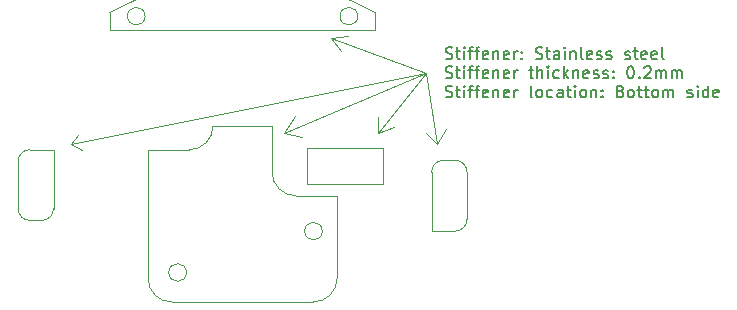
<source format=gbr>
%TF.GenerationSoftware,KiCad,Pcbnew,7.0.1*%
%TF.CreationDate,2024-01-03T23:29:52+00:00*%
%TF.ProjectId,watch_lower,77617463-685f-46c6-9f77-65722e6b6963,rev?*%
%TF.SameCoordinates,Original*%
%TF.FileFunction,Other,User*%
%FSLAX46Y46*%
G04 Gerber Fmt 4.6, Leading zero omitted, Abs format (unit mm)*
G04 Created by KiCad (PCBNEW 7.0.1) date 2024-01-03 23:29:52*
%MOMM*%
%LPD*%
G01*
G04 APERTURE LIST*
%ADD10C,0.100000*%
%ADD11C,0.150000*%
G04 APERTURE END LIST*
D10*
X122000000Y-66000000D02*
X121000000Y-65000000D01*
X101000000Y-66450000D02*
G75*
G03*
X103000000Y-64450000I0J2000000D01*
G01*
X91000000Y-66000000D02*
X91600000Y-65200000D01*
X124500000Y-68350000D02*
X124500000Y-72350000D01*
X99500000Y-79350000D02*
X111500000Y-79350000D01*
X123500000Y-73350000D02*
X121500000Y-73350000D01*
X87500000Y-66444000D02*
X89500000Y-66444000D01*
X117000000Y-65000000D02*
X117000000Y-63700000D01*
X101000000Y-66450000D02*
X97500000Y-66450000D01*
X112250000Y-73350000D02*
G75*
G03*
X112250000Y-73350000I-750000J0D01*
G01*
X103000000Y-64450000D02*
X108000000Y-64450000D01*
X116750000Y-54850000D02*
G75*
G03*
X94250000Y-54850000I-11250000J-19593750D01*
G01*
X97250000Y-55150000D02*
G75*
G03*
X97250000Y-55150000I-750000J0D01*
G01*
X108000000Y-64450000D02*
X108000000Y-68350000D01*
X121000000Y-60000000D02*
X122000000Y-66000000D01*
X113500000Y-77350000D02*
X113500000Y-70350000D01*
X87500000Y-72444000D02*
X88500000Y-72444000D01*
X86500000Y-71444000D02*
X86500000Y-67444000D01*
X89500000Y-66444000D02*
X89500000Y-71444000D01*
X122000000Y-66000000D02*
X122700000Y-64700000D01*
X100750000Y-76850000D02*
G75*
G03*
X100750000Y-76850000I-750000J0D01*
G01*
X123500000Y-67350000D02*
X122500000Y-67350000D01*
X116750000Y-56350000D02*
X116750000Y-54850000D01*
X115250000Y-55150000D02*
G75*
G03*
X115250000Y-55150000I-750000J0D01*
G01*
X122500000Y-67350000D02*
G75*
G03*
X121500000Y-68350000I0J-1000000D01*
G01*
X97500000Y-77350000D02*
G75*
G03*
X99500000Y-79350000I2000000J0D01*
G01*
X117000000Y-65000000D02*
X118300000Y-64500000D01*
X121500000Y-73350000D02*
X121500000Y-68350000D01*
X94250000Y-54850000D02*
X94250000Y-56350000D01*
X113000000Y-57000000D02*
X113800000Y-58100000D01*
X124500000Y-68350000D02*
G75*
G03*
X123500000Y-67350000I-1000000J0D01*
G01*
X113000000Y-57000000D02*
X114400000Y-56800000D01*
X87500000Y-66444000D02*
G75*
G03*
X86500000Y-67444000I0J-1000000D01*
G01*
X86500000Y-71444000D02*
G75*
G03*
X87500000Y-72444000I1000000J0D01*
G01*
X108000000Y-68350000D02*
G75*
G03*
X110000000Y-70350000I2000000J0D01*
G01*
X97500000Y-66450000D02*
X97500000Y-77350000D01*
X109000000Y-65000000D02*
X109900000Y-63600000D01*
X123500000Y-73350000D02*
G75*
G03*
X124500000Y-72350000I0J1000000D01*
G01*
X88500000Y-72444000D02*
G75*
G03*
X89500000Y-71444000I0J1000000D01*
G01*
X121000000Y-60000000D02*
X109000000Y-65000000D01*
X110970000Y-66350000D02*
X117370000Y-66350000D01*
X117370000Y-69350000D01*
X110970000Y-69350000D01*
X110970000Y-66350000D01*
X111500000Y-79350000D02*
G75*
G03*
X113500000Y-77350000I0J2000000D01*
G01*
X109000000Y-65000000D02*
X110500000Y-65400000D01*
X91000000Y-66000000D02*
X91900000Y-66500000D01*
X94250000Y-56350000D02*
X116750000Y-56350000D01*
X121000000Y-60000000D02*
X117000000Y-65000000D01*
X121000000Y-60000000D02*
X113000000Y-57000000D01*
X121000000Y-60000000D02*
X91000000Y-66000000D01*
X113500000Y-70350000D02*
X110000000Y-70350000D01*
D11*
X122690476Y-58740000D02*
X122833333Y-58787619D01*
X122833333Y-58787619D02*
X123071428Y-58787619D01*
X123071428Y-58787619D02*
X123166666Y-58740000D01*
X123166666Y-58740000D02*
X123214285Y-58692380D01*
X123214285Y-58692380D02*
X123261904Y-58597142D01*
X123261904Y-58597142D02*
X123261904Y-58501904D01*
X123261904Y-58501904D02*
X123214285Y-58406666D01*
X123214285Y-58406666D02*
X123166666Y-58359047D01*
X123166666Y-58359047D02*
X123071428Y-58311428D01*
X123071428Y-58311428D02*
X122880952Y-58263809D01*
X122880952Y-58263809D02*
X122785714Y-58216190D01*
X122785714Y-58216190D02*
X122738095Y-58168571D01*
X122738095Y-58168571D02*
X122690476Y-58073333D01*
X122690476Y-58073333D02*
X122690476Y-57978095D01*
X122690476Y-57978095D02*
X122738095Y-57882857D01*
X122738095Y-57882857D02*
X122785714Y-57835238D01*
X122785714Y-57835238D02*
X122880952Y-57787619D01*
X122880952Y-57787619D02*
X123119047Y-57787619D01*
X123119047Y-57787619D02*
X123261904Y-57835238D01*
X123547619Y-58120952D02*
X123928571Y-58120952D01*
X123690476Y-57787619D02*
X123690476Y-58644761D01*
X123690476Y-58644761D02*
X123738095Y-58740000D01*
X123738095Y-58740000D02*
X123833333Y-58787619D01*
X123833333Y-58787619D02*
X123928571Y-58787619D01*
X124261905Y-58787619D02*
X124261905Y-58120952D01*
X124261905Y-57787619D02*
X124214286Y-57835238D01*
X124214286Y-57835238D02*
X124261905Y-57882857D01*
X124261905Y-57882857D02*
X124309524Y-57835238D01*
X124309524Y-57835238D02*
X124261905Y-57787619D01*
X124261905Y-57787619D02*
X124261905Y-57882857D01*
X124595238Y-58120952D02*
X124976190Y-58120952D01*
X124738095Y-58787619D02*
X124738095Y-57930476D01*
X124738095Y-57930476D02*
X124785714Y-57835238D01*
X124785714Y-57835238D02*
X124880952Y-57787619D01*
X124880952Y-57787619D02*
X124976190Y-57787619D01*
X125166667Y-58120952D02*
X125547619Y-58120952D01*
X125309524Y-58787619D02*
X125309524Y-57930476D01*
X125309524Y-57930476D02*
X125357143Y-57835238D01*
X125357143Y-57835238D02*
X125452381Y-57787619D01*
X125452381Y-57787619D02*
X125547619Y-57787619D01*
X126261905Y-58740000D02*
X126166667Y-58787619D01*
X126166667Y-58787619D02*
X125976191Y-58787619D01*
X125976191Y-58787619D02*
X125880953Y-58740000D01*
X125880953Y-58740000D02*
X125833334Y-58644761D01*
X125833334Y-58644761D02*
X125833334Y-58263809D01*
X125833334Y-58263809D02*
X125880953Y-58168571D01*
X125880953Y-58168571D02*
X125976191Y-58120952D01*
X125976191Y-58120952D02*
X126166667Y-58120952D01*
X126166667Y-58120952D02*
X126261905Y-58168571D01*
X126261905Y-58168571D02*
X126309524Y-58263809D01*
X126309524Y-58263809D02*
X126309524Y-58359047D01*
X126309524Y-58359047D02*
X125833334Y-58454285D01*
X126738096Y-58120952D02*
X126738096Y-58787619D01*
X126738096Y-58216190D02*
X126785715Y-58168571D01*
X126785715Y-58168571D02*
X126880953Y-58120952D01*
X126880953Y-58120952D02*
X127023810Y-58120952D01*
X127023810Y-58120952D02*
X127119048Y-58168571D01*
X127119048Y-58168571D02*
X127166667Y-58263809D01*
X127166667Y-58263809D02*
X127166667Y-58787619D01*
X128023810Y-58740000D02*
X127928572Y-58787619D01*
X127928572Y-58787619D02*
X127738096Y-58787619D01*
X127738096Y-58787619D02*
X127642858Y-58740000D01*
X127642858Y-58740000D02*
X127595239Y-58644761D01*
X127595239Y-58644761D02*
X127595239Y-58263809D01*
X127595239Y-58263809D02*
X127642858Y-58168571D01*
X127642858Y-58168571D02*
X127738096Y-58120952D01*
X127738096Y-58120952D02*
X127928572Y-58120952D01*
X127928572Y-58120952D02*
X128023810Y-58168571D01*
X128023810Y-58168571D02*
X128071429Y-58263809D01*
X128071429Y-58263809D02*
X128071429Y-58359047D01*
X128071429Y-58359047D02*
X127595239Y-58454285D01*
X128500001Y-58787619D02*
X128500001Y-58120952D01*
X128500001Y-58311428D02*
X128547620Y-58216190D01*
X128547620Y-58216190D02*
X128595239Y-58168571D01*
X128595239Y-58168571D02*
X128690477Y-58120952D01*
X128690477Y-58120952D02*
X128785715Y-58120952D01*
X129119049Y-58692380D02*
X129166668Y-58740000D01*
X129166668Y-58740000D02*
X129119049Y-58787619D01*
X129119049Y-58787619D02*
X129071430Y-58740000D01*
X129071430Y-58740000D02*
X129119049Y-58692380D01*
X129119049Y-58692380D02*
X129119049Y-58787619D01*
X129119049Y-58168571D02*
X129166668Y-58216190D01*
X129166668Y-58216190D02*
X129119049Y-58263809D01*
X129119049Y-58263809D02*
X129071430Y-58216190D01*
X129071430Y-58216190D02*
X129119049Y-58168571D01*
X129119049Y-58168571D02*
X129119049Y-58263809D01*
X130309525Y-58740000D02*
X130452382Y-58787619D01*
X130452382Y-58787619D02*
X130690477Y-58787619D01*
X130690477Y-58787619D02*
X130785715Y-58740000D01*
X130785715Y-58740000D02*
X130833334Y-58692380D01*
X130833334Y-58692380D02*
X130880953Y-58597142D01*
X130880953Y-58597142D02*
X130880953Y-58501904D01*
X130880953Y-58501904D02*
X130833334Y-58406666D01*
X130833334Y-58406666D02*
X130785715Y-58359047D01*
X130785715Y-58359047D02*
X130690477Y-58311428D01*
X130690477Y-58311428D02*
X130500001Y-58263809D01*
X130500001Y-58263809D02*
X130404763Y-58216190D01*
X130404763Y-58216190D02*
X130357144Y-58168571D01*
X130357144Y-58168571D02*
X130309525Y-58073333D01*
X130309525Y-58073333D02*
X130309525Y-57978095D01*
X130309525Y-57978095D02*
X130357144Y-57882857D01*
X130357144Y-57882857D02*
X130404763Y-57835238D01*
X130404763Y-57835238D02*
X130500001Y-57787619D01*
X130500001Y-57787619D02*
X130738096Y-57787619D01*
X130738096Y-57787619D02*
X130880953Y-57835238D01*
X131166668Y-58120952D02*
X131547620Y-58120952D01*
X131309525Y-57787619D02*
X131309525Y-58644761D01*
X131309525Y-58644761D02*
X131357144Y-58740000D01*
X131357144Y-58740000D02*
X131452382Y-58787619D01*
X131452382Y-58787619D02*
X131547620Y-58787619D01*
X132309525Y-58787619D02*
X132309525Y-58263809D01*
X132309525Y-58263809D02*
X132261906Y-58168571D01*
X132261906Y-58168571D02*
X132166668Y-58120952D01*
X132166668Y-58120952D02*
X131976192Y-58120952D01*
X131976192Y-58120952D02*
X131880954Y-58168571D01*
X132309525Y-58740000D02*
X132214287Y-58787619D01*
X132214287Y-58787619D02*
X131976192Y-58787619D01*
X131976192Y-58787619D02*
X131880954Y-58740000D01*
X131880954Y-58740000D02*
X131833335Y-58644761D01*
X131833335Y-58644761D02*
X131833335Y-58549523D01*
X131833335Y-58549523D02*
X131880954Y-58454285D01*
X131880954Y-58454285D02*
X131976192Y-58406666D01*
X131976192Y-58406666D02*
X132214287Y-58406666D01*
X132214287Y-58406666D02*
X132309525Y-58359047D01*
X132785716Y-58787619D02*
X132785716Y-58120952D01*
X132785716Y-57787619D02*
X132738097Y-57835238D01*
X132738097Y-57835238D02*
X132785716Y-57882857D01*
X132785716Y-57882857D02*
X132833335Y-57835238D01*
X132833335Y-57835238D02*
X132785716Y-57787619D01*
X132785716Y-57787619D02*
X132785716Y-57882857D01*
X133261906Y-58120952D02*
X133261906Y-58787619D01*
X133261906Y-58216190D02*
X133309525Y-58168571D01*
X133309525Y-58168571D02*
X133404763Y-58120952D01*
X133404763Y-58120952D02*
X133547620Y-58120952D01*
X133547620Y-58120952D02*
X133642858Y-58168571D01*
X133642858Y-58168571D02*
X133690477Y-58263809D01*
X133690477Y-58263809D02*
X133690477Y-58787619D01*
X134309525Y-58787619D02*
X134214287Y-58740000D01*
X134214287Y-58740000D02*
X134166668Y-58644761D01*
X134166668Y-58644761D02*
X134166668Y-57787619D01*
X135071430Y-58740000D02*
X134976192Y-58787619D01*
X134976192Y-58787619D02*
X134785716Y-58787619D01*
X134785716Y-58787619D02*
X134690478Y-58740000D01*
X134690478Y-58740000D02*
X134642859Y-58644761D01*
X134642859Y-58644761D02*
X134642859Y-58263809D01*
X134642859Y-58263809D02*
X134690478Y-58168571D01*
X134690478Y-58168571D02*
X134785716Y-58120952D01*
X134785716Y-58120952D02*
X134976192Y-58120952D01*
X134976192Y-58120952D02*
X135071430Y-58168571D01*
X135071430Y-58168571D02*
X135119049Y-58263809D01*
X135119049Y-58263809D02*
X135119049Y-58359047D01*
X135119049Y-58359047D02*
X134642859Y-58454285D01*
X135500002Y-58740000D02*
X135595240Y-58787619D01*
X135595240Y-58787619D02*
X135785716Y-58787619D01*
X135785716Y-58787619D02*
X135880954Y-58740000D01*
X135880954Y-58740000D02*
X135928573Y-58644761D01*
X135928573Y-58644761D02*
X135928573Y-58597142D01*
X135928573Y-58597142D02*
X135880954Y-58501904D01*
X135880954Y-58501904D02*
X135785716Y-58454285D01*
X135785716Y-58454285D02*
X135642859Y-58454285D01*
X135642859Y-58454285D02*
X135547621Y-58406666D01*
X135547621Y-58406666D02*
X135500002Y-58311428D01*
X135500002Y-58311428D02*
X135500002Y-58263809D01*
X135500002Y-58263809D02*
X135547621Y-58168571D01*
X135547621Y-58168571D02*
X135642859Y-58120952D01*
X135642859Y-58120952D02*
X135785716Y-58120952D01*
X135785716Y-58120952D02*
X135880954Y-58168571D01*
X136309526Y-58740000D02*
X136404764Y-58787619D01*
X136404764Y-58787619D02*
X136595240Y-58787619D01*
X136595240Y-58787619D02*
X136690478Y-58740000D01*
X136690478Y-58740000D02*
X136738097Y-58644761D01*
X136738097Y-58644761D02*
X136738097Y-58597142D01*
X136738097Y-58597142D02*
X136690478Y-58501904D01*
X136690478Y-58501904D02*
X136595240Y-58454285D01*
X136595240Y-58454285D02*
X136452383Y-58454285D01*
X136452383Y-58454285D02*
X136357145Y-58406666D01*
X136357145Y-58406666D02*
X136309526Y-58311428D01*
X136309526Y-58311428D02*
X136309526Y-58263809D01*
X136309526Y-58263809D02*
X136357145Y-58168571D01*
X136357145Y-58168571D02*
X136452383Y-58120952D01*
X136452383Y-58120952D02*
X136595240Y-58120952D01*
X136595240Y-58120952D02*
X136690478Y-58168571D01*
X137880955Y-58740000D02*
X137976193Y-58787619D01*
X137976193Y-58787619D02*
X138166669Y-58787619D01*
X138166669Y-58787619D02*
X138261907Y-58740000D01*
X138261907Y-58740000D02*
X138309526Y-58644761D01*
X138309526Y-58644761D02*
X138309526Y-58597142D01*
X138309526Y-58597142D02*
X138261907Y-58501904D01*
X138261907Y-58501904D02*
X138166669Y-58454285D01*
X138166669Y-58454285D02*
X138023812Y-58454285D01*
X138023812Y-58454285D02*
X137928574Y-58406666D01*
X137928574Y-58406666D02*
X137880955Y-58311428D01*
X137880955Y-58311428D02*
X137880955Y-58263809D01*
X137880955Y-58263809D02*
X137928574Y-58168571D01*
X137928574Y-58168571D02*
X138023812Y-58120952D01*
X138023812Y-58120952D02*
X138166669Y-58120952D01*
X138166669Y-58120952D02*
X138261907Y-58168571D01*
X138595241Y-58120952D02*
X138976193Y-58120952D01*
X138738098Y-57787619D02*
X138738098Y-58644761D01*
X138738098Y-58644761D02*
X138785717Y-58740000D01*
X138785717Y-58740000D02*
X138880955Y-58787619D01*
X138880955Y-58787619D02*
X138976193Y-58787619D01*
X139690479Y-58740000D02*
X139595241Y-58787619D01*
X139595241Y-58787619D02*
X139404765Y-58787619D01*
X139404765Y-58787619D02*
X139309527Y-58740000D01*
X139309527Y-58740000D02*
X139261908Y-58644761D01*
X139261908Y-58644761D02*
X139261908Y-58263809D01*
X139261908Y-58263809D02*
X139309527Y-58168571D01*
X139309527Y-58168571D02*
X139404765Y-58120952D01*
X139404765Y-58120952D02*
X139595241Y-58120952D01*
X139595241Y-58120952D02*
X139690479Y-58168571D01*
X139690479Y-58168571D02*
X139738098Y-58263809D01*
X139738098Y-58263809D02*
X139738098Y-58359047D01*
X139738098Y-58359047D02*
X139261908Y-58454285D01*
X140547622Y-58740000D02*
X140452384Y-58787619D01*
X140452384Y-58787619D02*
X140261908Y-58787619D01*
X140261908Y-58787619D02*
X140166670Y-58740000D01*
X140166670Y-58740000D02*
X140119051Y-58644761D01*
X140119051Y-58644761D02*
X140119051Y-58263809D01*
X140119051Y-58263809D02*
X140166670Y-58168571D01*
X140166670Y-58168571D02*
X140261908Y-58120952D01*
X140261908Y-58120952D02*
X140452384Y-58120952D01*
X140452384Y-58120952D02*
X140547622Y-58168571D01*
X140547622Y-58168571D02*
X140595241Y-58263809D01*
X140595241Y-58263809D02*
X140595241Y-58359047D01*
X140595241Y-58359047D02*
X140119051Y-58454285D01*
X141166670Y-58787619D02*
X141071432Y-58740000D01*
X141071432Y-58740000D02*
X141023813Y-58644761D01*
X141023813Y-58644761D02*
X141023813Y-57787619D01*
X122690476Y-60360000D02*
X122833333Y-60407619D01*
X122833333Y-60407619D02*
X123071428Y-60407619D01*
X123071428Y-60407619D02*
X123166666Y-60360000D01*
X123166666Y-60360000D02*
X123214285Y-60312380D01*
X123214285Y-60312380D02*
X123261904Y-60217142D01*
X123261904Y-60217142D02*
X123261904Y-60121904D01*
X123261904Y-60121904D02*
X123214285Y-60026666D01*
X123214285Y-60026666D02*
X123166666Y-59979047D01*
X123166666Y-59979047D02*
X123071428Y-59931428D01*
X123071428Y-59931428D02*
X122880952Y-59883809D01*
X122880952Y-59883809D02*
X122785714Y-59836190D01*
X122785714Y-59836190D02*
X122738095Y-59788571D01*
X122738095Y-59788571D02*
X122690476Y-59693333D01*
X122690476Y-59693333D02*
X122690476Y-59598095D01*
X122690476Y-59598095D02*
X122738095Y-59502857D01*
X122738095Y-59502857D02*
X122785714Y-59455238D01*
X122785714Y-59455238D02*
X122880952Y-59407619D01*
X122880952Y-59407619D02*
X123119047Y-59407619D01*
X123119047Y-59407619D02*
X123261904Y-59455238D01*
X123547619Y-59740952D02*
X123928571Y-59740952D01*
X123690476Y-59407619D02*
X123690476Y-60264761D01*
X123690476Y-60264761D02*
X123738095Y-60360000D01*
X123738095Y-60360000D02*
X123833333Y-60407619D01*
X123833333Y-60407619D02*
X123928571Y-60407619D01*
X124261905Y-60407619D02*
X124261905Y-59740952D01*
X124261905Y-59407619D02*
X124214286Y-59455238D01*
X124214286Y-59455238D02*
X124261905Y-59502857D01*
X124261905Y-59502857D02*
X124309524Y-59455238D01*
X124309524Y-59455238D02*
X124261905Y-59407619D01*
X124261905Y-59407619D02*
X124261905Y-59502857D01*
X124595238Y-59740952D02*
X124976190Y-59740952D01*
X124738095Y-60407619D02*
X124738095Y-59550476D01*
X124738095Y-59550476D02*
X124785714Y-59455238D01*
X124785714Y-59455238D02*
X124880952Y-59407619D01*
X124880952Y-59407619D02*
X124976190Y-59407619D01*
X125166667Y-59740952D02*
X125547619Y-59740952D01*
X125309524Y-60407619D02*
X125309524Y-59550476D01*
X125309524Y-59550476D02*
X125357143Y-59455238D01*
X125357143Y-59455238D02*
X125452381Y-59407619D01*
X125452381Y-59407619D02*
X125547619Y-59407619D01*
X126261905Y-60360000D02*
X126166667Y-60407619D01*
X126166667Y-60407619D02*
X125976191Y-60407619D01*
X125976191Y-60407619D02*
X125880953Y-60360000D01*
X125880953Y-60360000D02*
X125833334Y-60264761D01*
X125833334Y-60264761D02*
X125833334Y-59883809D01*
X125833334Y-59883809D02*
X125880953Y-59788571D01*
X125880953Y-59788571D02*
X125976191Y-59740952D01*
X125976191Y-59740952D02*
X126166667Y-59740952D01*
X126166667Y-59740952D02*
X126261905Y-59788571D01*
X126261905Y-59788571D02*
X126309524Y-59883809D01*
X126309524Y-59883809D02*
X126309524Y-59979047D01*
X126309524Y-59979047D02*
X125833334Y-60074285D01*
X126738096Y-59740952D02*
X126738096Y-60407619D01*
X126738096Y-59836190D02*
X126785715Y-59788571D01*
X126785715Y-59788571D02*
X126880953Y-59740952D01*
X126880953Y-59740952D02*
X127023810Y-59740952D01*
X127023810Y-59740952D02*
X127119048Y-59788571D01*
X127119048Y-59788571D02*
X127166667Y-59883809D01*
X127166667Y-59883809D02*
X127166667Y-60407619D01*
X128023810Y-60360000D02*
X127928572Y-60407619D01*
X127928572Y-60407619D02*
X127738096Y-60407619D01*
X127738096Y-60407619D02*
X127642858Y-60360000D01*
X127642858Y-60360000D02*
X127595239Y-60264761D01*
X127595239Y-60264761D02*
X127595239Y-59883809D01*
X127595239Y-59883809D02*
X127642858Y-59788571D01*
X127642858Y-59788571D02*
X127738096Y-59740952D01*
X127738096Y-59740952D02*
X127928572Y-59740952D01*
X127928572Y-59740952D02*
X128023810Y-59788571D01*
X128023810Y-59788571D02*
X128071429Y-59883809D01*
X128071429Y-59883809D02*
X128071429Y-59979047D01*
X128071429Y-59979047D02*
X127595239Y-60074285D01*
X128500001Y-60407619D02*
X128500001Y-59740952D01*
X128500001Y-59931428D02*
X128547620Y-59836190D01*
X128547620Y-59836190D02*
X128595239Y-59788571D01*
X128595239Y-59788571D02*
X128690477Y-59740952D01*
X128690477Y-59740952D02*
X128785715Y-59740952D01*
X129738097Y-59740952D02*
X130119049Y-59740952D01*
X129880954Y-59407619D02*
X129880954Y-60264761D01*
X129880954Y-60264761D02*
X129928573Y-60360000D01*
X129928573Y-60360000D02*
X130023811Y-60407619D01*
X130023811Y-60407619D02*
X130119049Y-60407619D01*
X130452383Y-60407619D02*
X130452383Y-59407619D01*
X130880954Y-60407619D02*
X130880954Y-59883809D01*
X130880954Y-59883809D02*
X130833335Y-59788571D01*
X130833335Y-59788571D02*
X130738097Y-59740952D01*
X130738097Y-59740952D02*
X130595240Y-59740952D01*
X130595240Y-59740952D02*
X130500002Y-59788571D01*
X130500002Y-59788571D02*
X130452383Y-59836190D01*
X131357145Y-60407619D02*
X131357145Y-59740952D01*
X131357145Y-59407619D02*
X131309526Y-59455238D01*
X131309526Y-59455238D02*
X131357145Y-59502857D01*
X131357145Y-59502857D02*
X131404764Y-59455238D01*
X131404764Y-59455238D02*
X131357145Y-59407619D01*
X131357145Y-59407619D02*
X131357145Y-59502857D01*
X132261906Y-60360000D02*
X132166668Y-60407619D01*
X132166668Y-60407619D02*
X131976192Y-60407619D01*
X131976192Y-60407619D02*
X131880954Y-60360000D01*
X131880954Y-60360000D02*
X131833335Y-60312380D01*
X131833335Y-60312380D02*
X131785716Y-60217142D01*
X131785716Y-60217142D02*
X131785716Y-59931428D01*
X131785716Y-59931428D02*
X131833335Y-59836190D01*
X131833335Y-59836190D02*
X131880954Y-59788571D01*
X131880954Y-59788571D02*
X131976192Y-59740952D01*
X131976192Y-59740952D02*
X132166668Y-59740952D01*
X132166668Y-59740952D02*
X132261906Y-59788571D01*
X132690478Y-60407619D02*
X132690478Y-59407619D01*
X132785716Y-60026666D02*
X133071430Y-60407619D01*
X133071430Y-59740952D02*
X132690478Y-60121904D01*
X133500002Y-59740952D02*
X133500002Y-60407619D01*
X133500002Y-59836190D02*
X133547621Y-59788571D01*
X133547621Y-59788571D02*
X133642859Y-59740952D01*
X133642859Y-59740952D02*
X133785716Y-59740952D01*
X133785716Y-59740952D02*
X133880954Y-59788571D01*
X133880954Y-59788571D02*
X133928573Y-59883809D01*
X133928573Y-59883809D02*
X133928573Y-60407619D01*
X134785716Y-60360000D02*
X134690478Y-60407619D01*
X134690478Y-60407619D02*
X134500002Y-60407619D01*
X134500002Y-60407619D02*
X134404764Y-60360000D01*
X134404764Y-60360000D02*
X134357145Y-60264761D01*
X134357145Y-60264761D02*
X134357145Y-59883809D01*
X134357145Y-59883809D02*
X134404764Y-59788571D01*
X134404764Y-59788571D02*
X134500002Y-59740952D01*
X134500002Y-59740952D02*
X134690478Y-59740952D01*
X134690478Y-59740952D02*
X134785716Y-59788571D01*
X134785716Y-59788571D02*
X134833335Y-59883809D01*
X134833335Y-59883809D02*
X134833335Y-59979047D01*
X134833335Y-59979047D02*
X134357145Y-60074285D01*
X135214288Y-60360000D02*
X135309526Y-60407619D01*
X135309526Y-60407619D02*
X135500002Y-60407619D01*
X135500002Y-60407619D02*
X135595240Y-60360000D01*
X135595240Y-60360000D02*
X135642859Y-60264761D01*
X135642859Y-60264761D02*
X135642859Y-60217142D01*
X135642859Y-60217142D02*
X135595240Y-60121904D01*
X135595240Y-60121904D02*
X135500002Y-60074285D01*
X135500002Y-60074285D02*
X135357145Y-60074285D01*
X135357145Y-60074285D02*
X135261907Y-60026666D01*
X135261907Y-60026666D02*
X135214288Y-59931428D01*
X135214288Y-59931428D02*
X135214288Y-59883809D01*
X135214288Y-59883809D02*
X135261907Y-59788571D01*
X135261907Y-59788571D02*
X135357145Y-59740952D01*
X135357145Y-59740952D02*
X135500002Y-59740952D01*
X135500002Y-59740952D02*
X135595240Y-59788571D01*
X136023812Y-60360000D02*
X136119050Y-60407619D01*
X136119050Y-60407619D02*
X136309526Y-60407619D01*
X136309526Y-60407619D02*
X136404764Y-60360000D01*
X136404764Y-60360000D02*
X136452383Y-60264761D01*
X136452383Y-60264761D02*
X136452383Y-60217142D01*
X136452383Y-60217142D02*
X136404764Y-60121904D01*
X136404764Y-60121904D02*
X136309526Y-60074285D01*
X136309526Y-60074285D02*
X136166669Y-60074285D01*
X136166669Y-60074285D02*
X136071431Y-60026666D01*
X136071431Y-60026666D02*
X136023812Y-59931428D01*
X136023812Y-59931428D02*
X136023812Y-59883809D01*
X136023812Y-59883809D02*
X136071431Y-59788571D01*
X136071431Y-59788571D02*
X136166669Y-59740952D01*
X136166669Y-59740952D02*
X136309526Y-59740952D01*
X136309526Y-59740952D02*
X136404764Y-59788571D01*
X136880955Y-60312380D02*
X136928574Y-60360000D01*
X136928574Y-60360000D02*
X136880955Y-60407619D01*
X136880955Y-60407619D02*
X136833336Y-60360000D01*
X136833336Y-60360000D02*
X136880955Y-60312380D01*
X136880955Y-60312380D02*
X136880955Y-60407619D01*
X136880955Y-59788571D02*
X136928574Y-59836190D01*
X136928574Y-59836190D02*
X136880955Y-59883809D01*
X136880955Y-59883809D02*
X136833336Y-59836190D01*
X136833336Y-59836190D02*
X136880955Y-59788571D01*
X136880955Y-59788571D02*
X136880955Y-59883809D01*
X138309526Y-59407619D02*
X138404764Y-59407619D01*
X138404764Y-59407619D02*
X138500002Y-59455238D01*
X138500002Y-59455238D02*
X138547621Y-59502857D01*
X138547621Y-59502857D02*
X138595240Y-59598095D01*
X138595240Y-59598095D02*
X138642859Y-59788571D01*
X138642859Y-59788571D02*
X138642859Y-60026666D01*
X138642859Y-60026666D02*
X138595240Y-60217142D01*
X138595240Y-60217142D02*
X138547621Y-60312380D01*
X138547621Y-60312380D02*
X138500002Y-60360000D01*
X138500002Y-60360000D02*
X138404764Y-60407619D01*
X138404764Y-60407619D02*
X138309526Y-60407619D01*
X138309526Y-60407619D02*
X138214288Y-60360000D01*
X138214288Y-60360000D02*
X138166669Y-60312380D01*
X138166669Y-60312380D02*
X138119050Y-60217142D01*
X138119050Y-60217142D02*
X138071431Y-60026666D01*
X138071431Y-60026666D02*
X138071431Y-59788571D01*
X138071431Y-59788571D02*
X138119050Y-59598095D01*
X138119050Y-59598095D02*
X138166669Y-59502857D01*
X138166669Y-59502857D02*
X138214288Y-59455238D01*
X138214288Y-59455238D02*
X138309526Y-59407619D01*
X139071431Y-60312380D02*
X139119050Y-60360000D01*
X139119050Y-60360000D02*
X139071431Y-60407619D01*
X139071431Y-60407619D02*
X139023812Y-60360000D01*
X139023812Y-60360000D02*
X139071431Y-60312380D01*
X139071431Y-60312380D02*
X139071431Y-60407619D01*
X139500002Y-59502857D02*
X139547621Y-59455238D01*
X139547621Y-59455238D02*
X139642859Y-59407619D01*
X139642859Y-59407619D02*
X139880954Y-59407619D01*
X139880954Y-59407619D02*
X139976192Y-59455238D01*
X139976192Y-59455238D02*
X140023811Y-59502857D01*
X140023811Y-59502857D02*
X140071430Y-59598095D01*
X140071430Y-59598095D02*
X140071430Y-59693333D01*
X140071430Y-59693333D02*
X140023811Y-59836190D01*
X140023811Y-59836190D02*
X139452383Y-60407619D01*
X139452383Y-60407619D02*
X140071430Y-60407619D01*
X140500002Y-60407619D02*
X140500002Y-59740952D01*
X140500002Y-59836190D02*
X140547621Y-59788571D01*
X140547621Y-59788571D02*
X140642859Y-59740952D01*
X140642859Y-59740952D02*
X140785716Y-59740952D01*
X140785716Y-59740952D02*
X140880954Y-59788571D01*
X140880954Y-59788571D02*
X140928573Y-59883809D01*
X140928573Y-59883809D02*
X140928573Y-60407619D01*
X140928573Y-59883809D02*
X140976192Y-59788571D01*
X140976192Y-59788571D02*
X141071430Y-59740952D01*
X141071430Y-59740952D02*
X141214287Y-59740952D01*
X141214287Y-59740952D02*
X141309526Y-59788571D01*
X141309526Y-59788571D02*
X141357145Y-59883809D01*
X141357145Y-59883809D02*
X141357145Y-60407619D01*
X141833335Y-60407619D02*
X141833335Y-59740952D01*
X141833335Y-59836190D02*
X141880954Y-59788571D01*
X141880954Y-59788571D02*
X141976192Y-59740952D01*
X141976192Y-59740952D02*
X142119049Y-59740952D01*
X142119049Y-59740952D02*
X142214287Y-59788571D01*
X142214287Y-59788571D02*
X142261906Y-59883809D01*
X142261906Y-59883809D02*
X142261906Y-60407619D01*
X142261906Y-59883809D02*
X142309525Y-59788571D01*
X142309525Y-59788571D02*
X142404763Y-59740952D01*
X142404763Y-59740952D02*
X142547620Y-59740952D01*
X142547620Y-59740952D02*
X142642859Y-59788571D01*
X142642859Y-59788571D02*
X142690478Y-59883809D01*
X142690478Y-59883809D02*
X142690478Y-60407619D01*
X122690476Y-61980000D02*
X122833333Y-62027619D01*
X122833333Y-62027619D02*
X123071428Y-62027619D01*
X123071428Y-62027619D02*
X123166666Y-61980000D01*
X123166666Y-61980000D02*
X123214285Y-61932380D01*
X123214285Y-61932380D02*
X123261904Y-61837142D01*
X123261904Y-61837142D02*
X123261904Y-61741904D01*
X123261904Y-61741904D02*
X123214285Y-61646666D01*
X123214285Y-61646666D02*
X123166666Y-61599047D01*
X123166666Y-61599047D02*
X123071428Y-61551428D01*
X123071428Y-61551428D02*
X122880952Y-61503809D01*
X122880952Y-61503809D02*
X122785714Y-61456190D01*
X122785714Y-61456190D02*
X122738095Y-61408571D01*
X122738095Y-61408571D02*
X122690476Y-61313333D01*
X122690476Y-61313333D02*
X122690476Y-61218095D01*
X122690476Y-61218095D02*
X122738095Y-61122857D01*
X122738095Y-61122857D02*
X122785714Y-61075238D01*
X122785714Y-61075238D02*
X122880952Y-61027619D01*
X122880952Y-61027619D02*
X123119047Y-61027619D01*
X123119047Y-61027619D02*
X123261904Y-61075238D01*
X123547619Y-61360952D02*
X123928571Y-61360952D01*
X123690476Y-61027619D02*
X123690476Y-61884761D01*
X123690476Y-61884761D02*
X123738095Y-61980000D01*
X123738095Y-61980000D02*
X123833333Y-62027619D01*
X123833333Y-62027619D02*
X123928571Y-62027619D01*
X124261905Y-62027619D02*
X124261905Y-61360952D01*
X124261905Y-61027619D02*
X124214286Y-61075238D01*
X124214286Y-61075238D02*
X124261905Y-61122857D01*
X124261905Y-61122857D02*
X124309524Y-61075238D01*
X124309524Y-61075238D02*
X124261905Y-61027619D01*
X124261905Y-61027619D02*
X124261905Y-61122857D01*
X124595238Y-61360952D02*
X124976190Y-61360952D01*
X124738095Y-62027619D02*
X124738095Y-61170476D01*
X124738095Y-61170476D02*
X124785714Y-61075238D01*
X124785714Y-61075238D02*
X124880952Y-61027619D01*
X124880952Y-61027619D02*
X124976190Y-61027619D01*
X125166667Y-61360952D02*
X125547619Y-61360952D01*
X125309524Y-62027619D02*
X125309524Y-61170476D01*
X125309524Y-61170476D02*
X125357143Y-61075238D01*
X125357143Y-61075238D02*
X125452381Y-61027619D01*
X125452381Y-61027619D02*
X125547619Y-61027619D01*
X126261905Y-61980000D02*
X126166667Y-62027619D01*
X126166667Y-62027619D02*
X125976191Y-62027619D01*
X125976191Y-62027619D02*
X125880953Y-61980000D01*
X125880953Y-61980000D02*
X125833334Y-61884761D01*
X125833334Y-61884761D02*
X125833334Y-61503809D01*
X125833334Y-61503809D02*
X125880953Y-61408571D01*
X125880953Y-61408571D02*
X125976191Y-61360952D01*
X125976191Y-61360952D02*
X126166667Y-61360952D01*
X126166667Y-61360952D02*
X126261905Y-61408571D01*
X126261905Y-61408571D02*
X126309524Y-61503809D01*
X126309524Y-61503809D02*
X126309524Y-61599047D01*
X126309524Y-61599047D02*
X125833334Y-61694285D01*
X126738096Y-61360952D02*
X126738096Y-62027619D01*
X126738096Y-61456190D02*
X126785715Y-61408571D01*
X126785715Y-61408571D02*
X126880953Y-61360952D01*
X126880953Y-61360952D02*
X127023810Y-61360952D01*
X127023810Y-61360952D02*
X127119048Y-61408571D01*
X127119048Y-61408571D02*
X127166667Y-61503809D01*
X127166667Y-61503809D02*
X127166667Y-62027619D01*
X128023810Y-61980000D02*
X127928572Y-62027619D01*
X127928572Y-62027619D02*
X127738096Y-62027619D01*
X127738096Y-62027619D02*
X127642858Y-61980000D01*
X127642858Y-61980000D02*
X127595239Y-61884761D01*
X127595239Y-61884761D02*
X127595239Y-61503809D01*
X127595239Y-61503809D02*
X127642858Y-61408571D01*
X127642858Y-61408571D02*
X127738096Y-61360952D01*
X127738096Y-61360952D02*
X127928572Y-61360952D01*
X127928572Y-61360952D02*
X128023810Y-61408571D01*
X128023810Y-61408571D02*
X128071429Y-61503809D01*
X128071429Y-61503809D02*
X128071429Y-61599047D01*
X128071429Y-61599047D02*
X127595239Y-61694285D01*
X128500001Y-62027619D02*
X128500001Y-61360952D01*
X128500001Y-61551428D02*
X128547620Y-61456190D01*
X128547620Y-61456190D02*
X128595239Y-61408571D01*
X128595239Y-61408571D02*
X128690477Y-61360952D01*
X128690477Y-61360952D02*
X128785715Y-61360952D01*
X130023811Y-62027619D02*
X129928573Y-61980000D01*
X129928573Y-61980000D02*
X129880954Y-61884761D01*
X129880954Y-61884761D02*
X129880954Y-61027619D01*
X130547621Y-62027619D02*
X130452383Y-61980000D01*
X130452383Y-61980000D02*
X130404764Y-61932380D01*
X130404764Y-61932380D02*
X130357145Y-61837142D01*
X130357145Y-61837142D02*
X130357145Y-61551428D01*
X130357145Y-61551428D02*
X130404764Y-61456190D01*
X130404764Y-61456190D02*
X130452383Y-61408571D01*
X130452383Y-61408571D02*
X130547621Y-61360952D01*
X130547621Y-61360952D02*
X130690478Y-61360952D01*
X130690478Y-61360952D02*
X130785716Y-61408571D01*
X130785716Y-61408571D02*
X130833335Y-61456190D01*
X130833335Y-61456190D02*
X130880954Y-61551428D01*
X130880954Y-61551428D02*
X130880954Y-61837142D01*
X130880954Y-61837142D02*
X130833335Y-61932380D01*
X130833335Y-61932380D02*
X130785716Y-61980000D01*
X130785716Y-61980000D02*
X130690478Y-62027619D01*
X130690478Y-62027619D02*
X130547621Y-62027619D01*
X131738097Y-61980000D02*
X131642859Y-62027619D01*
X131642859Y-62027619D02*
X131452383Y-62027619D01*
X131452383Y-62027619D02*
X131357145Y-61980000D01*
X131357145Y-61980000D02*
X131309526Y-61932380D01*
X131309526Y-61932380D02*
X131261907Y-61837142D01*
X131261907Y-61837142D02*
X131261907Y-61551428D01*
X131261907Y-61551428D02*
X131309526Y-61456190D01*
X131309526Y-61456190D02*
X131357145Y-61408571D01*
X131357145Y-61408571D02*
X131452383Y-61360952D01*
X131452383Y-61360952D02*
X131642859Y-61360952D01*
X131642859Y-61360952D02*
X131738097Y-61408571D01*
X132595240Y-62027619D02*
X132595240Y-61503809D01*
X132595240Y-61503809D02*
X132547621Y-61408571D01*
X132547621Y-61408571D02*
X132452383Y-61360952D01*
X132452383Y-61360952D02*
X132261907Y-61360952D01*
X132261907Y-61360952D02*
X132166669Y-61408571D01*
X132595240Y-61980000D02*
X132500002Y-62027619D01*
X132500002Y-62027619D02*
X132261907Y-62027619D01*
X132261907Y-62027619D02*
X132166669Y-61980000D01*
X132166669Y-61980000D02*
X132119050Y-61884761D01*
X132119050Y-61884761D02*
X132119050Y-61789523D01*
X132119050Y-61789523D02*
X132166669Y-61694285D01*
X132166669Y-61694285D02*
X132261907Y-61646666D01*
X132261907Y-61646666D02*
X132500002Y-61646666D01*
X132500002Y-61646666D02*
X132595240Y-61599047D01*
X132928574Y-61360952D02*
X133309526Y-61360952D01*
X133071431Y-61027619D02*
X133071431Y-61884761D01*
X133071431Y-61884761D02*
X133119050Y-61980000D01*
X133119050Y-61980000D02*
X133214288Y-62027619D01*
X133214288Y-62027619D02*
X133309526Y-62027619D01*
X133642860Y-62027619D02*
X133642860Y-61360952D01*
X133642860Y-61027619D02*
X133595241Y-61075238D01*
X133595241Y-61075238D02*
X133642860Y-61122857D01*
X133642860Y-61122857D02*
X133690479Y-61075238D01*
X133690479Y-61075238D02*
X133642860Y-61027619D01*
X133642860Y-61027619D02*
X133642860Y-61122857D01*
X134261907Y-62027619D02*
X134166669Y-61980000D01*
X134166669Y-61980000D02*
X134119050Y-61932380D01*
X134119050Y-61932380D02*
X134071431Y-61837142D01*
X134071431Y-61837142D02*
X134071431Y-61551428D01*
X134071431Y-61551428D02*
X134119050Y-61456190D01*
X134119050Y-61456190D02*
X134166669Y-61408571D01*
X134166669Y-61408571D02*
X134261907Y-61360952D01*
X134261907Y-61360952D02*
X134404764Y-61360952D01*
X134404764Y-61360952D02*
X134500002Y-61408571D01*
X134500002Y-61408571D02*
X134547621Y-61456190D01*
X134547621Y-61456190D02*
X134595240Y-61551428D01*
X134595240Y-61551428D02*
X134595240Y-61837142D01*
X134595240Y-61837142D02*
X134547621Y-61932380D01*
X134547621Y-61932380D02*
X134500002Y-61980000D01*
X134500002Y-61980000D02*
X134404764Y-62027619D01*
X134404764Y-62027619D02*
X134261907Y-62027619D01*
X135023812Y-61360952D02*
X135023812Y-62027619D01*
X135023812Y-61456190D02*
X135071431Y-61408571D01*
X135071431Y-61408571D02*
X135166669Y-61360952D01*
X135166669Y-61360952D02*
X135309526Y-61360952D01*
X135309526Y-61360952D02*
X135404764Y-61408571D01*
X135404764Y-61408571D02*
X135452383Y-61503809D01*
X135452383Y-61503809D02*
X135452383Y-62027619D01*
X135928574Y-61932380D02*
X135976193Y-61980000D01*
X135976193Y-61980000D02*
X135928574Y-62027619D01*
X135928574Y-62027619D02*
X135880955Y-61980000D01*
X135880955Y-61980000D02*
X135928574Y-61932380D01*
X135928574Y-61932380D02*
X135928574Y-62027619D01*
X135928574Y-61408571D02*
X135976193Y-61456190D01*
X135976193Y-61456190D02*
X135928574Y-61503809D01*
X135928574Y-61503809D02*
X135880955Y-61456190D01*
X135880955Y-61456190D02*
X135928574Y-61408571D01*
X135928574Y-61408571D02*
X135928574Y-61503809D01*
X137500002Y-61503809D02*
X137642859Y-61551428D01*
X137642859Y-61551428D02*
X137690478Y-61599047D01*
X137690478Y-61599047D02*
X137738097Y-61694285D01*
X137738097Y-61694285D02*
X137738097Y-61837142D01*
X137738097Y-61837142D02*
X137690478Y-61932380D01*
X137690478Y-61932380D02*
X137642859Y-61980000D01*
X137642859Y-61980000D02*
X137547621Y-62027619D01*
X137547621Y-62027619D02*
X137166669Y-62027619D01*
X137166669Y-62027619D02*
X137166669Y-61027619D01*
X137166669Y-61027619D02*
X137500002Y-61027619D01*
X137500002Y-61027619D02*
X137595240Y-61075238D01*
X137595240Y-61075238D02*
X137642859Y-61122857D01*
X137642859Y-61122857D02*
X137690478Y-61218095D01*
X137690478Y-61218095D02*
X137690478Y-61313333D01*
X137690478Y-61313333D02*
X137642859Y-61408571D01*
X137642859Y-61408571D02*
X137595240Y-61456190D01*
X137595240Y-61456190D02*
X137500002Y-61503809D01*
X137500002Y-61503809D02*
X137166669Y-61503809D01*
X138309526Y-62027619D02*
X138214288Y-61980000D01*
X138214288Y-61980000D02*
X138166669Y-61932380D01*
X138166669Y-61932380D02*
X138119050Y-61837142D01*
X138119050Y-61837142D02*
X138119050Y-61551428D01*
X138119050Y-61551428D02*
X138166669Y-61456190D01*
X138166669Y-61456190D02*
X138214288Y-61408571D01*
X138214288Y-61408571D02*
X138309526Y-61360952D01*
X138309526Y-61360952D02*
X138452383Y-61360952D01*
X138452383Y-61360952D02*
X138547621Y-61408571D01*
X138547621Y-61408571D02*
X138595240Y-61456190D01*
X138595240Y-61456190D02*
X138642859Y-61551428D01*
X138642859Y-61551428D02*
X138642859Y-61837142D01*
X138642859Y-61837142D02*
X138595240Y-61932380D01*
X138595240Y-61932380D02*
X138547621Y-61980000D01*
X138547621Y-61980000D02*
X138452383Y-62027619D01*
X138452383Y-62027619D02*
X138309526Y-62027619D01*
X138928574Y-61360952D02*
X139309526Y-61360952D01*
X139071431Y-61027619D02*
X139071431Y-61884761D01*
X139071431Y-61884761D02*
X139119050Y-61980000D01*
X139119050Y-61980000D02*
X139214288Y-62027619D01*
X139214288Y-62027619D02*
X139309526Y-62027619D01*
X139500003Y-61360952D02*
X139880955Y-61360952D01*
X139642860Y-61027619D02*
X139642860Y-61884761D01*
X139642860Y-61884761D02*
X139690479Y-61980000D01*
X139690479Y-61980000D02*
X139785717Y-62027619D01*
X139785717Y-62027619D02*
X139880955Y-62027619D01*
X140357146Y-62027619D02*
X140261908Y-61980000D01*
X140261908Y-61980000D02*
X140214289Y-61932380D01*
X140214289Y-61932380D02*
X140166670Y-61837142D01*
X140166670Y-61837142D02*
X140166670Y-61551428D01*
X140166670Y-61551428D02*
X140214289Y-61456190D01*
X140214289Y-61456190D02*
X140261908Y-61408571D01*
X140261908Y-61408571D02*
X140357146Y-61360952D01*
X140357146Y-61360952D02*
X140500003Y-61360952D01*
X140500003Y-61360952D02*
X140595241Y-61408571D01*
X140595241Y-61408571D02*
X140642860Y-61456190D01*
X140642860Y-61456190D02*
X140690479Y-61551428D01*
X140690479Y-61551428D02*
X140690479Y-61837142D01*
X140690479Y-61837142D02*
X140642860Y-61932380D01*
X140642860Y-61932380D02*
X140595241Y-61980000D01*
X140595241Y-61980000D02*
X140500003Y-62027619D01*
X140500003Y-62027619D02*
X140357146Y-62027619D01*
X141119051Y-62027619D02*
X141119051Y-61360952D01*
X141119051Y-61456190D02*
X141166670Y-61408571D01*
X141166670Y-61408571D02*
X141261908Y-61360952D01*
X141261908Y-61360952D02*
X141404765Y-61360952D01*
X141404765Y-61360952D02*
X141500003Y-61408571D01*
X141500003Y-61408571D02*
X141547622Y-61503809D01*
X141547622Y-61503809D02*
X141547622Y-62027619D01*
X141547622Y-61503809D02*
X141595241Y-61408571D01*
X141595241Y-61408571D02*
X141690479Y-61360952D01*
X141690479Y-61360952D02*
X141833336Y-61360952D01*
X141833336Y-61360952D02*
X141928575Y-61408571D01*
X141928575Y-61408571D02*
X141976194Y-61503809D01*
X141976194Y-61503809D02*
X141976194Y-62027619D01*
X143166670Y-61980000D02*
X143261908Y-62027619D01*
X143261908Y-62027619D02*
X143452384Y-62027619D01*
X143452384Y-62027619D02*
X143547622Y-61980000D01*
X143547622Y-61980000D02*
X143595241Y-61884761D01*
X143595241Y-61884761D02*
X143595241Y-61837142D01*
X143595241Y-61837142D02*
X143547622Y-61741904D01*
X143547622Y-61741904D02*
X143452384Y-61694285D01*
X143452384Y-61694285D02*
X143309527Y-61694285D01*
X143309527Y-61694285D02*
X143214289Y-61646666D01*
X143214289Y-61646666D02*
X143166670Y-61551428D01*
X143166670Y-61551428D02*
X143166670Y-61503809D01*
X143166670Y-61503809D02*
X143214289Y-61408571D01*
X143214289Y-61408571D02*
X143309527Y-61360952D01*
X143309527Y-61360952D02*
X143452384Y-61360952D01*
X143452384Y-61360952D02*
X143547622Y-61408571D01*
X144023813Y-62027619D02*
X144023813Y-61360952D01*
X144023813Y-61027619D02*
X143976194Y-61075238D01*
X143976194Y-61075238D02*
X144023813Y-61122857D01*
X144023813Y-61122857D02*
X144071432Y-61075238D01*
X144071432Y-61075238D02*
X144023813Y-61027619D01*
X144023813Y-61027619D02*
X144023813Y-61122857D01*
X144928574Y-62027619D02*
X144928574Y-61027619D01*
X144928574Y-61980000D02*
X144833336Y-62027619D01*
X144833336Y-62027619D02*
X144642860Y-62027619D01*
X144642860Y-62027619D02*
X144547622Y-61980000D01*
X144547622Y-61980000D02*
X144500003Y-61932380D01*
X144500003Y-61932380D02*
X144452384Y-61837142D01*
X144452384Y-61837142D02*
X144452384Y-61551428D01*
X144452384Y-61551428D02*
X144500003Y-61456190D01*
X144500003Y-61456190D02*
X144547622Y-61408571D01*
X144547622Y-61408571D02*
X144642860Y-61360952D01*
X144642860Y-61360952D02*
X144833336Y-61360952D01*
X144833336Y-61360952D02*
X144928574Y-61408571D01*
X145785717Y-61980000D02*
X145690479Y-62027619D01*
X145690479Y-62027619D02*
X145500003Y-62027619D01*
X145500003Y-62027619D02*
X145404765Y-61980000D01*
X145404765Y-61980000D02*
X145357146Y-61884761D01*
X145357146Y-61884761D02*
X145357146Y-61503809D01*
X145357146Y-61503809D02*
X145404765Y-61408571D01*
X145404765Y-61408571D02*
X145500003Y-61360952D01*
X145500003Y-61360952D02*
X145690479Y-61360952D01*
X145690479Y-61360952D02*
X145785717Y-61408571D01*
X145785717Y-61408571D02*
X145833336Y-61503809D01*
X145833336Y-61503809D02*
X145833336Y-61599047D01*
X145833336Y-61599047D02*
X145357146Y-61694285D01*
M02*

</source>
